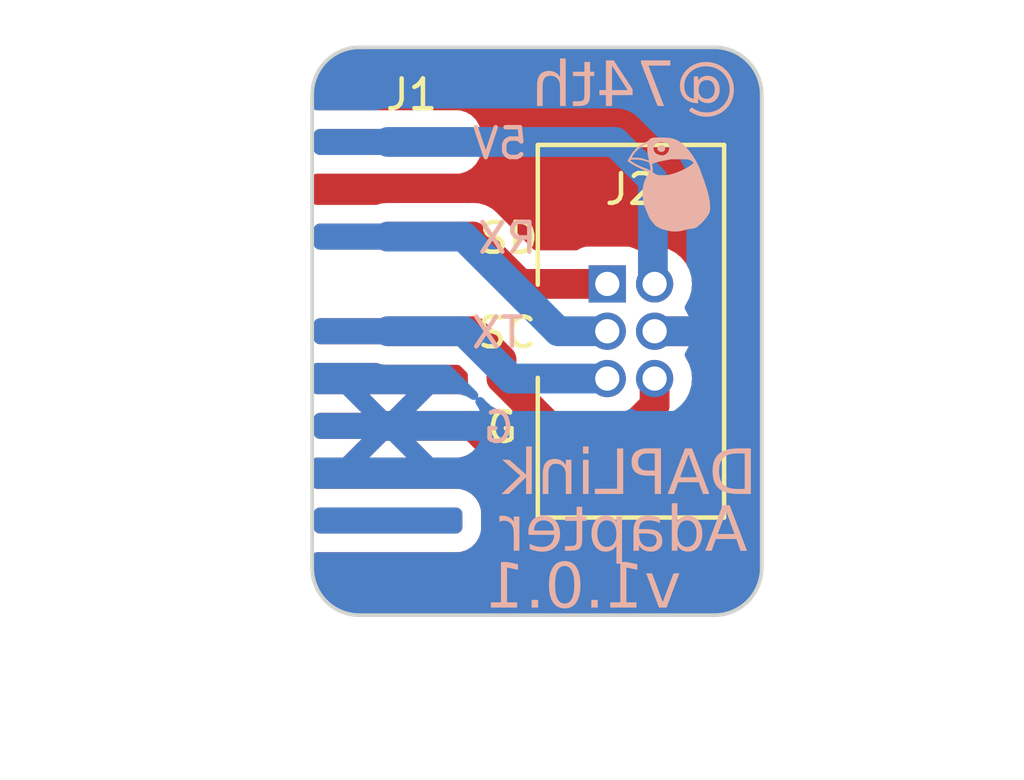
<source format=kicad_pcb>
(kicad_pcb (version 20221018) (generator pcbnew)
  (layers (0 "F.Cu" signal) (31 "B.Cu" signal) (34 "B.Paste" user) (35 "F.Paste" user) (36 "B.SilkS" user "B.Silkscreen") (37 "F.SilkS" user "F.Silkscreen") (38 "B.Mask" user) (39 "F.Mask" user) (44 "Edge.Cuts" user))
  (net 0 "")
  (net 2 "/SWDIO")
  (net 3 "/SWCLK")
  (net 4 "GND")
  (net 7 "/TXD")
  (net 8 "/RXD")
  (net 9 "+5V")
  (footprint "$74th:DAPLinkPinAdapter" (layer "F.Cu") (at 123.952 76.2)
    (fp_text reference "J1" (at 0.635 -6.35 unlocked) (layer "F.SilkS") (effects (font (size 0.8 0.8) (thickness 0.12))))
    (fp_text value "DAPLink-SWD-Send-10Pin")
    (pad "1" smd roundrect (at 0 -5.08) (size 4 0.7) (layers "F.Cu" "F.Paste" "F.Mask"))
    (pad "2" smd roundrect (at 0 -2.54) (size 4 0.7) (layers "F.Cu" "F.Paste" "F.Mask") (net 2 "/SWDIO"))
    (pad "3" smd roundrect (at 0 0) (size 4 0.7) (layers "F.Cu" "F.Paste" "F.Mask") (net 3 "/SWCLK"))
    (pad "4" smd roundrect (at 0 2.54) (size 4 0.7) (layers "F.Cu" "F.Paste" "F.Mask") (net 4 "GND"))
    (pad "5" smd roundrect (at 0 5.08) (size 4 0.7) (layers "F.Cu" "F.Paste" "F.Mask"))
    (pad "6" smd roundrect (at 0 5.08) (size 4 0.7) (layers "B.Cu" "B.Paste" "B.Mask"))
    (pad "7" smd roundrect (at 0 2.54) (size 4 0.7) (layers "B.Cu" "B.Paste" "B.Mask") (net 4 "GND"))
    (pad "8" smd roundrect (at 0 0) (size 4 0.7) (layers "B.Cu" "B.Paste" "B.Mask") (net 7 "/TXD"))
    (pad "9" smd roundrect (at 0 -2.54) (size 4 0.7) (layers "B.Cu" "B.Paste" "B.Mask") (net 8 "/RXD"))
    (pad "10" smd roundrect (at 0 -5.08) (size 4 0.7) (layers "B.Cu" "B.Paste" "B.Mask") (net 9 "+5V"))
  )
  (footprint "$74th:BoxPinHeader_2x03_P1.27mm_Vertical" (layer "F.Cu") (at 130.475 76.2)
    (fp_text reference "J2" (at 0 -3.81) (layer "F.SilkS") (effects (font (size 0.8 0.8) (thickness 0.12))))
    (fp_text value "DAPLink-SWD-Send-6Pin")
    (fp_line (start -2.5 -5) (end -2.5 -1.25) (stroke (width 0.12)) (layer "F.SilkS"))
    (fp_line (start -2.5 -5) (end 2.5 -5) (stroke (width 0.12)) (layer "F.SilkS"))
    (fp_line (start -2.5 1.25) (end -2.5 5) (stroke (width 0.12)) (layer "F.SilkS"))
    (fp_line (start -2.5 5) (end 2.5 5) (stroke (width 0.12)) (layer "F.SilkS"))
    (fp_line (start 2.5 -5) (end 2.5 5) (stroke (width 0.12)) (layer "F.SilkS"))
    (pad "1" thru_hole rect (at -0.635 -1.27) (size 1 1) (drill 0.65) (layers "*.Cu" "*.Mask") (net 2 "/SWDIO"))
    (pad "2" thru_hole oval (at 0.635 -1.27) (size 1 1) (drill 0.65) (layers "*.Cu" "*.Mask") (net 9 "+5V"))
    (pad "3" thru_hole oval (at -0.635 0) (size 1 1) (drill 0.65) (layers "*.Cu" "*.Mask") (net 8 "/RXD"))
    (pad "4" thru_hole oval (at 0.635 0) (size 1 1) (drill 0.65) (layers "*.Cu" "*.Mask") (net 4 "GND"))
    (pad "5" thru_hole oval (at -0.635 1.27) (size 1 1) (drill 0.65) (layers "*.Cu" "*.Mask") (net 7 "/TXD"))
    (pad "6" thru_hole oval (at 0.635 1.27) (size 1 1) (drill 0.65) (layers "*.Cu" "*.Mask") (net 3 "/SWCLK"))
  )
  (footprint "$74th:74th-3mm" (layer "B.Cu") (at 131.572 72.39 180)
    (fp_text reference "G***" hide)
    (fp_text value "LOGO" hide)
    (fp_poly (pts (xy 0.29942 1.186021) (xy 0.315665 1.182905) (xy 0.33001 1.176056) (xy 0.340302 1.169198) (xy 0.365772 1.148144) (xy 0.381668 1.12676) (xy 0.389874 1.102243) (xy 0.391157 1.093514) (xy 0.392323 1.077723) (xy 0.390193 1.066694) (xy 0.382945 1.056217) (xy 0.369 1.042312) (xy 0.351503 1.027454) (xy 0.333756 1.015156) (xy 0.324452 1.010243) (xy 0.294279 1.002974) (xy 0.261761 1.003798) (xy 0.232 1.012444) (xy 0.226185 1.015452) (xy 0.200646 1.034303) (xy 0.185101 1.057017) (xy 0.177893 1.086172) (xy 0.177426 1.091301) (xy 0.179448 1.124895) (xy 0.190825 1.151579) (xy 0.211199 1.171011) (xy 0.240214 1.182847) (xy 0.276387 1.186744)) (fill solid) (layer "B.SilkS"))
    (fp_poly (pts (xy 0.389605 1.389108) (xy 0.43782 1.387862) (xy 0.477214 1.385419) (xy 0.509231 1.381445) (xy 0.535317 1.375608) (xy 0.556914 1.367573) (xy 0.575468 1.357007) (xy 0.592423 1.343575) (xy 0.609223 1.326945) (xy 0.611242 1.324778) (xy 0.629789 1.306317) (xy 0.648414 1.291975) (xy 0.671047 1.279091) (xy 0.695761 1.267566) (xy 0.782192 1.224231) (xy 0.862883 1.173356) (xy 0.935697 1.116356) (xy 0.966021 1.088409) (xy 1.000043 1.052811) (xy 1.03424 1.01257) (xy 1.066173 0.970843) (xy 1.093401 0.930786) (xy 1.110275 0.901836) (xy 1.125257 0.874169) (xy 1.14121 0.845988) (xy 1.15562 0.821686) (xy 1.161421 0.812426) (xy 1.172055 0.794735) (xy 1.179005 0.780804) (xy 1.180844 0.773514) (xy 1.180771 0.773367) (xy 1.182466 0.767638) (xy 1.185277 0.766116) (xy 1.189117 0.764559) (xy 1.190042 0.762406) (xy 1.186665 0.758258) (xy 1.177598 0.750715) (xy 1.161455 0.738377) (xy 1.146963 0.727464) (xy 1.112584 0.703375) (xy 1.069191 0.675892) (xy 1.018593 0.646115) (xy 0.962602 0.615141) (xy 0.955283 0.611224) (xy 0.934562 0.600602) (xy 0.908428 0.587842) (xy 0.879001 0.573905) (xy 0.8484 0.559755) (xy 0.818743 0.546355) (xy 0.792149 0.534666) (xy 0.770737 0.525653) (xy 0.756627 0.520277) (xy 0.752824 0.519231) (xy 0.742866 0.515775) (xy 0.740967 0.514356) (xy 0.732992 0.512837) (xy 0.729076 0.513837) (xy 0.721901 0.513351) (xy 0.720858 0.510687) (xy 0.716587 0.506925) (xy 0.712067 0.507757) (xy 0.704549 0.507339) (xy 0.703276 0.504296) (xy 0.699855 0.500113) (xy 0.697694 0.500913) (xy 0.690359 0.499534) (xy 0.677289 0.492358) (xy 0.666031 0.484456) (xy 0.648508 0.472469) (xy 0.632119 0.463514) (xy 0.624729 0.460728) (xy 0.613496 0.456313) (xy 0.609506 0.452027) (xy 0.612563 0.445275) (xy 0.620745 0.431317) (xy 0.632569 0.41263) (xy 0.638874 0.403048) (xy 0.676845 0.340172) (xy 0.710392 0.272995) (xy 0.73808 0.204836) (xy 0.758474 0.13901) (xy 0.76464 0.112269) (xy 0.771527 0.069106) (xy 0.776723 0.017326) (xy 0.780158 -0.04008) (xy 0.781763 -0.100119) (xy 0.781468 -0.159802) (xy 0.779206 -0.216135) (xy 0.774907 -0.266129) (xy 0.773611 -0.276504) (xy 0.767908 -0.315187) (xy 0.761295 -0.35114) (xy 0.753206 -0.386128) (xy 0.743075 -0.421919) (xy 0.730335 -0.460279) (xy 0.714421 -0.502975) (xy 0.694765 -0.551772) (xy 0.670802 -0.608438) (xy 0.656922 -0.640518) (xy 0.642569 -0.673649) (xy 0.629962 -0.703025) (xy 0.6198 -0.72699) (xy 0.612785 -0.74389) (xy 0.609617 -0.75207) (xy 0.609506 -0.752533) (xy 0.606394 -0.758513) (xy 0.598154 -0.771635) (xy 0.586429 -0.789473) (xy 0.572863 -0.809603) (xy 0.559097 -0.829597) (xy 0.546777 -0.847032) (xy 0.537544 -0.85948) (xy 0.534686 -0.862978) (xy 0.529039 -0.870787) (xy 0.529149 -0.873234) (xy 0.527102 -0.876949) (xy 0.518421 -0.886726) (xy 0.504935 -0.90052) (xy 0.503685 -0.901755) (xy 0.489246 -0.916511) (xy 0.478865 -0.928156) (xy 0.474717 -0.934246) (xy 0.474711 -0.934332) (xy 0.471343 -0.940856) (xy 0.462716 -0.953153) (xy 0.455664 -0.962294) (xy 0.430502 -0.985584) (xy 0.401453 -1.00212) (xy 0.377034 -1.014068) (xy 0.351748 -1.027812) (xy 0.33764 -1.036264) (xy 0.312869 -1.049391) (xy 0.279661 -1.063231) (xy 0.241157 -1.076692) (xy 0.200501 -1.08868) (xy 0.160837 -1.098104) (xy 0.158237 -1.098627) (xy 0.128711 -1.104969) (xy 0.09629 -1.112636) (xy 0.072362 -1.118806) (xy 0.033526 -1.12661) (xy -0.014488 -1.131663) (xy -0.069439 -1.13384) (xy -0.129081 -1.133017) (xy -0.158238 -1.13155) (xy -0.192704 -1.128625) (xy -0.225466 -1.123911) (xy -0.260391 -1.116693) (xy -0.301347 -1.106258) (xy -0.314288 -1.102699) (xy -0.383173 -1.084706) (xy -0.445519 -1.071103) (xy -0.505302 -1.061104) (xy -0.554903 -1.055072) (xy -0.594004 -1.048672) (xy -0.630632 -1.036943) (xy -0.648674 -1.029201) (xy -0.66855 -1.019864) (xy -0.68284 -1.012644) (xy -0.689444 -1.008627) (xy -0.689373 -1.008153) (xy -0.68754 -1.004905) (xy -0.695011 -0.995837) (xy -0.711236 -0.981475) (xy -0.735665 -0.962347) (xy -0.742435 -0.957292) (xy -0.773578 -0.931397) (xy -0.808652 -0.897502) (xy -0.845815 -0.857807) (xy -0.883228 -0.814515) (xy -0.919047 -0.769827) (xy -0.951434 -0.725945) (xy -0.978546 -0.685069) (xy -0.996516 -0.653461) (xy -1.00816 -0.628841) (xy -1.016835 -0.605482) (xy -1.02289 -0.581105) (xy -1.026671 -0.553434) (xy -1.028527 -0.520191) (xy -1.028805 -0.479099) (xy -1.028267 -0.445408) (xy -1.023532 -0.371513) (xy -1.012499 -0.288939) (xy -0.995425 -0.198726) (xy -0.972566 -0.101912) (xy -0.944178 0.000465) (xy -0.91052 0.107364) (xy -0.871846 0.217748) (xy -0.850412 0.274691) (xy -0.837817 0.307985) (xy -0.827054 0.337571) (xy -0.818722 0.36171) (xy -0.813418 0.378665) (xy -0.811739 0.386696) (xy -0.811826 0.387008) (xy -0.810378 0.392801) (xy -0.808544 0.393715) (xy -0.803272 0.40049) (xy -0.8014 0.408867) (xy -0.798941 0.419132) (xy -0.795984 0.421966) (xy -0.793834 0.426312) (xy -0.794928 0.430757) (xy -0.794755 0.438289) (xy -0.791997 0.439548) (xy -0.788236 0.443819) (xy -0.789067 0.448339) (xy -0.788895 0.45587) (xy -0.786137 0.45713) (xy -0.782375 0.461401) (xy -0.783206 0.465921) (xy -0.783034 0.473452) (xy -0.780276 0.474712) (xy -0.776514 0.478983) (xy -0.777346 0.483503) (xy -0.776928 0.491021) (xy -0.773886 0.492294) (xy -0.769803 0.495847) (xy -0.770674 0.498155) (xy -0.770771 0.503579) (xy -0.769067 0.504015) (xy -0.764336 0.508729) (xy -0.763837 0.512213) (xy -0.761065 0.52549) (xy -0.753297 0.547287) (xy -0.741356 0.575949) (xy -0.726061 0.60982) (xy -0.708235 0.647246) (xy -0.6887 0.686571) (xy -0.674532 0.71402) (xy -0.581136 0.71402) (xy -0.572488 0.699435) (xy -0.554621 0.680991) (xy -0.528237 0.659237) (xy -0.494036 0.634722) (xy -0.452722 0.607992) (xy -0.404994 0.579597) (xy -0.369221 0.559609) (xy -0.258558 0.503745) (xy -0.148919 0.457275) (xy -0.041664 0.42074) (xy 0.020092 0.404031) (xy 0.062574 0.394058) (xy 0.098259 0.386759) (xy 0.130479 0.381774) (xy 0.162569 0.378742) (xy 0.197863 0.377303) (xy 0.239693 0.377097) (xy 0.266659 0.377377) (xy 0.304441 0.37805) (xy 0.33277 0.37905) (xy 0.353914 0.380628) (xy 0.370142 0.383036) (xy 0.383721 0.386526) (xy 0.396919 0.39135) (xy 0.398523 0.392005) (xy 0.420431 0.402134) (xy 0.446346 0.415715) (xy 0.469593 0.42917) (xy 0.50843 0.453075) (xy 0.510353 0.503194) (xy 0.574342 0.503194) (xy 0.616832 0.526313) (xy 0.644497 0.539857) (xy 0.675796 0.552936) (xy 0.703276 0.562501) (xy 0.732055 0.572198) (xy 0.768223 0.58611) (xy 0.808816 0.602955) (xy 0.850869 0.621454) (xy 0.891418 0.640327) (xy 0.927498 0.658295) (xy 0.937701 0.663692) (xy 0.969305 0.68111) (xy 1.001595 0.699611) (xy 1.032952 0.718189) (xy 1.061756 0.735838) (xy 1.086387 0.75155) (xy 1.105225 0.76432) (xy 1.116651 0.773142) (xy 1.119381 0.77655) (xy 1.118153 0.783521) (xy 1.113509 0.788735) (xy 1.104012 0.792436) (xy 1.088224 0.79487) (xy 1.064708 0.796283) (xy 1.032025 0.796921) (xy 0.999531 0.797039) (xy 0.943146 0.796304) (xy 0.895377 0.793838) (xy 0.85319 0.789238) (xy 0.813556 0.782098) (xy 0.773444 0.772014) (xy 0.742826 0.762787) (xy 0.71579 0.754636) (xy 0.689662 0.747509) (xy 0.668644 0.742524) (xy 0.662251 0.741322) (xy 0.64391 0.737612) (xy 0.62939 0.733371) (xy 0.62612 0.73196) (xy 0.618105 0.722646) (xy 0.609295 0.704044) (xy 0.600313 0.678502) (xy 0.591783 0.648368) (xy 0.584328 0.61599) (xy 0.578571 0.583715) (xy 0.575136 0.553891) (xy 0.574444 0.537303) (xy 0.574342 0.503194) (xy 0.510353 0.503194) (xy 0.511487 0.532756) (xy 0.513296 0.56537) (xy 0.516024 0.596744) (xy 0.519314 0.623491) (xy 0.522809 0.642225) (xy 0.523139 0.643464) (xy 0.531735 0.674491) (xy 0.514147 0.683586) (xy 0.488032 0.695918) (xy 0.458172 0.707644) (xy 0.423376 0.719084) (xy 0.382455 0.730556) (xy 0.334222 0.742378) (xy 0.277485 0.75487) (xy 0.211057 0.76835) (xy 0.164097 0.777417) (xy 0.143126 0.781403) (xy 0.615366 0.781403) (xy 0.616635 0.776525) (xy 0.621443 0.7745) (xy 0.631292 0.775642) (xy 0.647685 0.780267) (xy 0.672124 0.788692) (xy 0.701407 0.799471) (xy 0.743665 0.814578) (xy 0.780876 0.826065) (xy 0.816114 0.834495) (xy 0.852452 0.840434) (xy 0.892962 0.844446) (xy 0.940718 0.847096) (xy 0.965539 0.848) (xy 0.999479 0.849215) (xy 1.02898 0.850499) (xy 1.052205 0.851753) (xy 1.06732 0.852878) (xy 1.072496 0.853749) (xy 1.069436 0.862659) (xy 1.061298 0.878562) (xy 1.049644 0.898793) (xy 1.036038 0.920684) (xy 1.022041 0.941572) (xy 1.016408 0.949424) (xy 0.995676 0.975319) (xy 0.969152 1.005099) (xy 0.939116 1.036501) (xy 0.907849 1.067266) (xy 0.877634 1.095131) (xy 0.850752 1.117836) (xy 0.833988 1.130226) (xy 0.813633 1.143148) (xy 0.788753 1.157867) (xy 0.761532 1.17322) (xy 0.734152 1.18804) (xy 0.708798 1.201164) (xy 0.687653 1.211426) (xy 0.6729 1.21766) (xy 0.667606 1.219004) (xy 0.664664 1.217188) (xy 0.662458 1.210815) (xy 0.66088 1.198487) (xy 0.659819 1.178807) (xy 0.659168 1.150377) (xy 0.658816 1.1118) (xy 0.658787 1.106187) (xy 0.658467 1.065506) (xy 0.657722 1.033344) (xy 0.656226 1.006501) (xy 0.653651 0.981775) (xy 0.64967 0.955965) (xy 0.643955 0.92587) (xy 0.63681 0.89129) (xy 0.62987 0.857829) (xy 0.623866 0.828077) (xy 0.619191 0.804041) (xy 0.616234 0.787728) (xy 0.615366 0.781403) (xy 0.143126 0.781403) (xy 0.014651 0.805823) (xy -0.196332 0.80583) (xy -0.251863 0.805807) (xy -0.297076 0.805684) (xy -0.333372 0.805385) (xy -0.362154 0.804835) (xy -0.384824 0.803958) (xy -0.402784 0.80268) (xy -0.417437 0.800924) (xy -0.430185 0.798617) (xy -0.44243 0.795681) (xy -0.455575 0.792043) (xy -0.456158 0.791877) (xy -0.486196 0.78133) (xy -0.51707 0.767188) (xy -0.545541 0.751223) (xy -0.56837 0.735206) (xy -0.579863 0.724199) (xy -0.581136 0.71402) (xy -0.674532 0.71402) (xy -0.668276 0.726139) (xy -0.647786 0.764295) (xy -0.628051 0.799384) (xy -0.609893 0.82975) (xy -0.594845 0.852723) (xy -0.581722 0.871677) (xy -0.564375 0.897009) (xy -0.5451 0.925357) (xy -0.526871 0.952347) (xy -0.508649 0.978452) (xy -0.488926 1.004571) (xy -0.466525 1.032058) (xy -0.44027 1.062268) (xy -0.408988 1.096555) (xy -0.373373 1.134291) (xy 0.066929 1.134291) (xy 0.06915 1.095111) (xy 0.070354 1.086981) (xy 0.082139 1.040943) (xy 0.102245 1.00186) (xy 0.131914 0.967343) (xy 0.133107 0.96622) (xy 0.167785 0.937886) (xy 0.201664 0.919604) (xy 0.237114 0.910802) (xy 0.276508 0.910907) (xy 0.322216 0.919348) (xy 0.324764 0.919992) (xy 0.377244 0.937664) (xy 0.420073 0.961284) (xy 0.453028 0.990673) (xy 0.475883 1.025651) (xy 0.484265 1.04788) (xy 0.490864 1.089952) (xy 0.486269 1.130434) (xy 0.470989 1.168355) (xy 0.445534 1.202742) (xy 0.410413 1.232622) (xy 0.377299 1.251851) (xy 0.364142 1.258001) (xy 0.352549 1.262165) (xy 0.339934 1.264643) (xy 0.323708 1.265734) (xy 0.301281 1.265737) (xy 0.270067 1.264951) (xy 0.265237 1.264807) (xy 0.223701 1.262828) (xy 0.191343 1.259223) (xy 0.165652 1.253255) (xy 0.144118 1.244186) (xy 0.124232 1.231279) (xy 0.109289 1.218989) (xy 0.086374 1.194114) (xy 0.072462 1.166586) (xy 0.066929 1.134291) (xy -0.373373 1.134291) (xy -0.371501 1.136274) (xy -0.329034 1.180311) (xy -0.266076 1.238365) (xy -0.199607 1.286035) (xy -0.127698 1.32455) (xy -0.062245 1.350534) (xy -0.03244 1.360185) (xy -0.003435 1.368161) (xy 0.02626 1.374609) (xy 0.058136 1.379677) (xy 0.093684 1.383513) (xy 0.134393 1.386264) (xy 0.181754 1.388078) (xy 0.237259 1.389102) (xy 0.302397 1.389484) (xy 0.331126 1.389491)) (fill solid) (layer "B.SilkS"))
  )
  (gr_line (start 121.92 69.85) (end 121.92 82.55) (stroke (width 0.1)) (layer "Edge.Cuts"))
  (gr_arc (start 132.715 68.58) (mid 133.613026 68.951974) (end 133.985 69.85) (stroke (width 0.1)) (layer "Edge.Cuts"))
  (gr_line (start 123.19 83.82) (end 132.715 83.82) (stroke (width 0.1)) (layer "Edge.Cuts"))
  (gr_arc (start 121.92 69.85) (mid 122.291974 68.951974) (end 123.19 68.58) (stroke (width 0.1)) (layer "Edge.Cuts"))
  (gr_line (start 132.715 68.58) (end 123.19 68.58) (stroke (width 0.1)) (layer "Edge.Cuts"))
  (gr_line (start 133.985 82.55) (end 133.985 69.85) (stroke (width 0.1)) (layer "Edge.Cuts"))
  (gr_arc (start 133.985 82.55) (mid 133.613026 83.448026) (end 132.715 83.82) (stroke (width 0.1)) (layer "Edge.Cuts"))
  (gr_arc (start 123.19 83.82) (mid 122.291974 83.448026) (end 121.92 82.55) (stroke (width 0.1)) (layer "Edge.Cuts"))
  (gr_text "5V" (at 127.762 71.628) (layer "B.SilkS") (effects (font (size 0.8 0.8) (thickness 0.12)) (justify left bottom mirror)))
  (gr_text "DAPLink" (at 133.858 80.772) (layer "B.SilkS") (effects (font (size 1.2 1.2)) (justify left bottom mirror)))
  (gr_text "TX" (at 127.6604 76.708) (layer "B.SilkS") (effects (font (size 0.8 0.8) (thickness 0.12)) (justify left bottom mirror)))
  (gr_text "RX" (at 128.016 74.168) (layer "B.SilkS") (effects (font (size 0.8 0.8) (thickness 0.12)) (justify left bottom mirror)))
  (gr_text "G" (at 127.4064 79.248) (layer "B.SilkS") (effects (font (size 0.8 0.8) (thickness 0.12)) (justify left bottom mirror)))
  (gr_text "Adapter" (at 133.604 82.296) (layer "B.SilkS") (effects (font (size 1.2 1.2)) (justify left bottom mirror)))
  (gr_text "@74th" (at 133.35 70.358) (layer "B.SilkS") (effects (font (size 1.2 1.2)) (justify left bottom mirror)))
  (gr_text "v1.0.1" (at 131.826 83.82) (layer "B.SilkS") (effects (font (size 1.2 1.2)) (justify left bottom mirror)))
  (gr_text "G" (at 126.5428 79.248) (layer "F.SilkS") (effects (font (size 0.8 0.8) (thickness 0.12)) (justify left bottom)))
  (gr_text "SD" (at 126.3396 74.168) (layer "F.SilkS") (effects (font (size 0.8 0.8) (thickness 0.12)) (justify left bottom)))
  (gr_text "SC" (at 126.2888 76.708) (layer "F.SilkS") (effects (font (size 0.8 0.8) (thickness 0.12)) (justify left bottom)))
  (segment (start 126.238 73.66) (end 127.508 74.93) (width 0.8) (layer "F.Cu") (net 2))
  (segment (start 127.508 74.93) (end 129.84 74.93) (width 0.8) (layer "F.Cu") (net 2))
  (segment (start 123.952 73.66) (end 126.238 73.66) (width 0.8) (layer "F.Cu") (net 2))
  (segment (start 130.556 78.74) (end 128.27 78.74) (width 0.8) (layer "F.Cu") (net 3))
  (segment (start 126.238 76.2) (end 123.952 76.2) (width 0.8) (layer "F.Cu") (net 3))
  (segment (start 127 77.47) (end 127 76.962) (width 0.8) (layer "F.Cu") (net 3))
  (segment (start 128.27 78.74) (end 127 77.47) (width 0.8) (layer "F.Cu") (net 3))
  (segment (start 131.11 77.47) (end 131.11 78.186) (width 0.8) (layer "F.Cu") (net 3))
  (segment (start 131.11 78.186) (end 130.556 78.74) (width 0.8) (layer "F.Cu") (net 3))
  (segment (start 127 76.962) (end 126.238 76.2) (width 0.8) (layer "F.Cu") (net 3))
  (segment (start 127.508 80.01) (end 132.334 80.01) (width 0.8) (layer "F.Cu") (net 4))
  (segment (start 132.588 76.2) (end 131.11 76.2) (width 0.8) (layer "F.Cu") (net 4))
  (segment (start 133.096 79.248) (end 133.096 76.708) (width 0.8) (layer "F.Cu") (net 4))
  (segment (start 123.952 78.74) (end 126.238 78.74) (width 0.8) (layer "F.Cu") (net 4))
  (segment (start 126.238 78.74) (end 127.508 80.01) (width 0.8) (layer "F.Cu") (net 4))
  (segment (start 133.096 76.708) (end 132.588 76.2) (width 0.8) (layer "F.Cu") (net 4))
  (segment (start 132.334 80.01) (end 133.096 79.248) (width 0.8) (layer "F.Cu") (net 4))
  (segment (start 133.096 76.708) (end 132.588 76.2) (width 0.8) (layer "B.Cu") (net 4))
  (segment (start 132.588 76.2) (end 131.11 76.2) (width 0.8) (layer "B.Cu") (net 4))
  (segment (start 132.334 78.74) (end 133.096 77.978) (width 0.8) (layer "B.Cu") (net 4))
  (segment (start 123.952 78.74) (end 132.334 78.74) (width 0.8) (layer "B.Cu") (net 4))
  (segment (start 133.096 77.978) (end 133.096 76.708) (width 0.8) (layer "B.Cu") (net 4))
  (segment (start 125.984 76.2) (end 127.254 77.47) (width 0.8) (layer "B.Cu") (net 7))
  (segment (start 127.254 77.47) (end 129.84 77.47) (width 0.8) (layer "B.Cu") (net 7))
  (segment (start 123.952 76.2) (end 125.984 76.2) (width 0.8) (layer "B.Cu") (net 7))
  (segment (start 129.84 76.2) (end 128.524 76.2) (width 0.8) (layer "B.Cu") (net 8))
  (segment (start 125.984 73.66) (end 123.952 73.66) (width 0.8) (layer "B.Cu") (net 8))
  (segment (start 128.524 76.2) (end 125.984 73.66) (width 0.8) (layer "B.Cu") (net 8))
  (segment (start 130.048 71.12) (end 131.064 72.136) (width 0.8) (layer "B.Cu") (net 9))
  (segment (start 131.064 72.136) (end 131.064 74.884) (width 0.8) (layer "B.Cu") (net 9))
  (segment (start 123.952 71.12) (end 130.048 71.12) (width 0.8) (layer "B.Cu") (net 9))
  (segment (start 131.064 74.884) (end 131.11 74.93) (width 0.8) (layer "B.Cu") (net 9))
  (zone (net 4) (net_name "GND") (layers "F&B.Cu") (connect_pads (clearance 0.5)) (min_thickness 0.25) (fill yes (thermal_gap 0.5) (thermal_bridge_width 0.5))
    (polygon (pts (xy 120.65 67.31) (xy 135.128 67.31) (xy 135.128 85.09) (xy 120.65 85.09)))
  )
)
</source>
